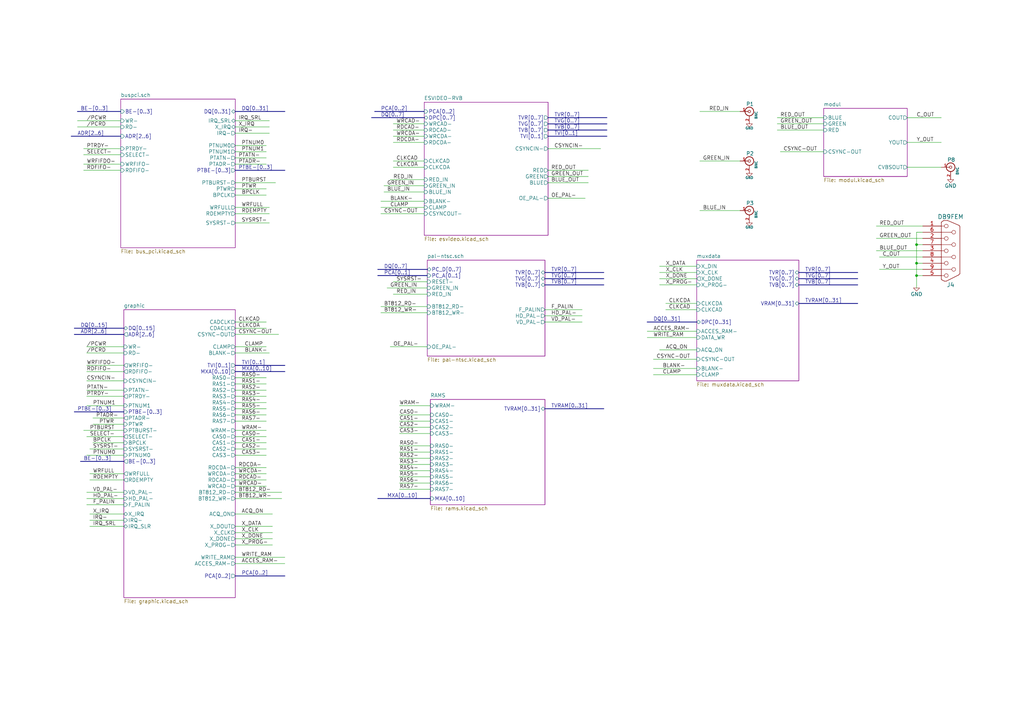
<source format=kicad_sch>
(kicad_sch (version 20200310) (host eeschema "(5.99.0-1545-g9916f24fa)")
  (page "A3")
  (title_block (title "Video") (date "Sun 22 Mar 2015") (rev "2.0B") (company "Kicad EDA") (comment 1 "Main sheet"))
  (lib_symbols
    (symbol "video_schlib:BNC" (pin_names hide)
      (property "Reference" "P" (at 0.254 3.048 0))
      (property "Value" "BNC" (at 2.794 -1.524 90))
      (symbol "BNC_0_1"
        (circle (center 0 0) (radius 0.508) (stroke (width 0.2032)))
        (circle (center 0 0) (radius 1.778) (stroke (width 0.3048)))
      )
      (symbol "BNC_1_1"
        (pin passive line (at -3.81 0 0) (length 3.302) (name "In") (number "1"))
        (pin passive line (at 0 -5.08 90) (length 3.302) (name "Ext") (number "2"))
      )
    )
    (symbol "video_schlib:DB9" (pin_names hide)
      (property "Reference" "J" (at 0 13.97 0))
      (property "Value" "DB9" (at 0 -13.97 0))
      (symbol "DB9_0_1"
        (circle (center -1.778 -10.16) (radius 0.762))
        (circle (center -1.778 -5.08) (radius 0.762))
        (circle (center -1.778 0) (radius 0.762))
        (circle (center -1.778 5.08) (radius 0.762))
        (circle (center -1.778 10.16) (radius 0.762))
        (circle (center 1.27 -7.62) (radius 0.762))
        (circle (center 1.27 -2.54) (radius 0.762))
        (circle (center 1.27 2.54) (radius 0.762))
        (circle (center 1.27 7.62) (radius 0.762))
        (polyline (pts (xy -3.81 -11.684) (xy -3.81 11.684)) (stroke (width 0.2032)))
        (polyline (pts (xy -3.81 -11.6586) (xy -3.556 -11.938)) (stroke (width 0.2032)))
        (polyline (pts (xy -3.81 -10.16) (xy -2.54 -10.16)))
        (polyline (pts (xy -3.81 -7.62) (xy 0.508 -7.62)))
        (polyline (pts (xy -3.81 -5.08) (xy -2.54 -5.08)))
        (polyline (pts (xy -3.81 -2.54) (xy 0.508 -2.54)))
        (polyline (pts (xy -3.81 0) (xy -2.54 0)))
        (polyline (pts (xy -3.81 2.54) (xy 0.508 2.54)))
        (polyline (pts (xy -3.81 5.08) (xy -2.54 5.08)))
        (polyline (pts (xy -3.81 7.62) (xy 0.508 7.62)))
        (polyline (pts (xy -3.81 10.16) (xy -2.54 10.16)))
        (polyline (pts (xy -3.556 -11.938) (xy -2.794 -12.446)) (stroke (width 0.2032)))
        (polyline (pts (xy -3.556 11.938) (xy -3.81 11.684)) (stroke (width 0.2032)))
        (polyline (pts (xy -3.556 11.938) (xy -2.54 12.446)) (stroke (width 0.2032)))
        (polyline (pts (xy -2.794 -12.446) (xy -1.27 -12.446)) (stroke (width 0.2032)))
        (polyline (pts (xy -2.54 12.446) (xy -1.778 12.446)) (stroke (width 0.2032)))
        (polyline (pts (xy 3.2766 9.906) (xy -1.778 12.446)) (stroke (width 0.2032)))
        (polyline (pts (xy 3.2766 9.906) (xy 3.81 9.398)) (stroke (width 0.2032)))
        (polyline (pts (xy 3.556 -10.3886) (xy -1.27 -12.446)) (stroke (width 0.2032)))
        (polyline (pts (xy 3.81 -9.906) (xy 3.556 -10.3886)) (stroke (width 0.2032)))
        (polyline (pts (xy 3.81 9.398) (xy 3.81 -9.906)) (stroke (width 0.2032)))
      )
      (symbol "DB9_1_1"
        (pin passive line (at -11.43 -10.16 0) (length 7.62) (name "1") (number "1"))
        (pin passive line (at -11.43 -5.08 0) (length 7.62) (name "2") (number "2"))
        (pin passive line (at -11.43 0 0) (length 7.62) (name "3") (number "3"))
        (pin passive line (at -11.43 5.08 0) (length 7.62) (name "4") (number "4"))
        (pin passive line (at -11.43 10.16 0) (length 7.62) (name "5") (number "5"))
        (pin passive line (at -11.43 -7.62 0) (length 7.62) (name "P6") (number "6"))
        (pin passive line (at -11.43 -2.54 0) (length 7.62) (name "P7") (number "7"))
        (pin passive line (at -11.43 2.54 0) (length 7.62) (name "P8") (number "8"))
        (pin passive line (at -11.43 7.62 0) (length 7.62) (name "P9") (number "9"))
      )
    )
    (symbol "video_schlib:GND" (power) (pin_names (offset 0))
      (symbol "GND_0_1"
        (polyline (pts (xy -1.27 0) (xy 0 -1.27) (xy 1.27 0) (xy -1.27 0)))
      )
      (symbol "GND_1_1"
        (pin power_in line (at 0 0 90) (length 0) (name "GND") (number "1") hide)
      )
    )
  )
  (junction (at 375.92 113.03))
  (junction (at 375.92 107.95))
  (junction (at 375.92 100.33))
  (wire (pts (xy 31.75 49.53) (xy 49.53 49.53)))
  (wire (pts (xy 31.75 52.07) (xy 49.53 52.07)))
  (wire (pts (xy 34.29 60.96) (xy 49.53 60.96)))
  (wire (pts (xy 34.29 176.53) (xy 50.8 176.53)))
  (wire (pts (xy 35.56 142.24) (xy 50.8 142.24)))
  (wire (pts (xy 35.56 144.78) (xy 50.8 144.78)))
  (wire (pts (xy 35.56 156.21) (xy 50.8 156.21)))
  (wire (pts (xy 35.56 160.02) (xy 50.8 160.02)))
  (wire (pts (xy 35.56 162.56) (xy 50.8 162.56)))
  (wire (pts (xy 35.56 166.37) (xy 50.8 166.37)))
  (wire (pts (xy 35.56 186.69) (xy 50.8 186.69)))
  (wire (pts (xy 36.83 184.15) (xy 50.8 184.15)))
  (wire (pts (xy 36.83 194.31) (xy 50.8 194.31)))
  (wire (pts (xy 36.83 196.85) (xy 50.8 196.85)))
  (wire (pts (xy 36.83 210.82) (xy 50.8 210.82)))
  (wire (pts (xy 36.83 213.36) (xy 50.8 213.36)))
  (wire (pts (xy 36.83 215.9) (xy 50.8 215.9)))
  (wire (pts (xy 38.1 171.45) (xy 50.8 171.45)))
  (wire (pts (xy 38.1 173.99) (xy 50.8 173.99)))
  (wire (pts (xy 49.53 63.5) (xy 34.29 63.5)))
  (wire (pts (xy 49.53 67.31) (xy 34.29 67.31)))
  (wire (pts (xy 49.53 69.85) (xy 34.29 69.85)))
  (wire (pts (xy 50.8 149.86) (xy 35.56 149.86)))
  (wire (pts (xy 50.8 152.4) (xy 35.56 152.4)))
  (wire (pts (xy 50.8 179.07) (xy 35.56 179.07)))
  (wire (pts (xy 50.8 181.61) (xy 38.1 181.61)))
  (wire (pts (xy 50.8 201.93) (xy 35.56 201.93)))
  (wire (pts (xy 50.8 204.47) (xy 35.56 204.47)))
  (wire (pts (xy 50.8 207.01) (xy 35.56 207.01)))
  (wire (pts (xy 96.52 49.53) (xy 110.49 49.53)))
  (wire (pts (xy 96.52 52.07) (xy 110.49 52.07)))
  (wire (pts (xy 96.52 54.61) (xy 110.49 54.61)))
  (wire (pts (xy 96.52 59.69) (xy 109.22 59.69)))
  (wire (pts (xy 96.52 62.23) (xy 109.22 62.23)))
  (wire (pts (xy 96.52 64.77) (xy 109.22 64.77)))
  (wire (pts (xy 96.52 67.31) (xy 109.22 67.31)))
  (wire (pts (xy 96.52 74.93) (xy 113.03 74.93)))
  (wire (pts (xy 96.52 77.47) (xy 109.22 77.47)))
  (wire (pts (xy 96.52 80.01) (xy 109.22 80.01)))
  (wire (pts (xy 96.52 85.09) (xy 110.49 85.09)))
  (wire (pts (xy 96.52 87.63) (xy 110.49 87.63)))
  (wire (pts (xy 96.52 91.44) (xy 110.49 91.44)))
  (wire (pts (xy 96.52 132.08) (xy 109.22 132.08)))
  (wire (pts (xy 96.52 134.62) (xy 109.22 134.62)))
  (wire (pts (xy 96.52 137.16) (xy 114.3 137.16)))
  (wire (pts (xy 96.52 142.24) (xy 109.22 142.24)))
  (wire (pts (xy 96.52 144.78) (xy 110.49 144.78)))
  (wire (pts (xy 96.52 154.94) (xy 109.22 154.94)))
  (wire (pts (xy 96.52 157.48) (xy 109.22 157.48)))
  (wire (pts (xy 96.52 160.02) (xy 109.22 160.02)))
  (wire (pts (xy 96.52 162.56) (xy 109.22 162.56)))
  (wire (pts (xy 96.52 165.1) (xy 109.22 165.1)))
  (wire (pts (xy 96.52 167.64) (xy 109.22 167.64)))
  (wire (pts (xy 96.52 170.18) (xy 109.22 170.18)))
  (wire (pts (xy 96.52 172.72) (xy 109.22 172.72)))
  (wire (pts (xy 96.52 176.53) (xy 109.22 176.53)))
  (wire (pts (xy 96.52 179.07) (xy 109.22 179.07)))
  (wire (pts (xy 96.52 181.61) (xy 109.22 181.61)))
  (wire (pts (xy 96.52 184.15) (xy 109.22 184.15)))
  (wire (pts (xy 96.52 186.69) (xy 109.22 186.69)))
  (wire (pts (xy 96.52 191.77) (xy 109.22 191.77)))
  (wire (pts (xy 96.52 194.31) (xy 109.22 194.31)))
  (wire (pts (xy 96.52 196.85) (xy 109.22 196.85)))
  (wire (pts (xy 96.52 199.39) (xy 109.22 199.39)))
  (wire (pts (xy 96.52 201.93) (xy 115.57 201.93)))
  (wire (pts (xy 96.52 204.47) (xy 115.57 204.47)))
  (wire (pts (xy 96.52 210.82) (xy 111.76 210.82)))
  (wire (pts (xy 96.52 215.9) (xy 111.76 215.9)))
  (wire (pts (xy 96.52 218.44) (xy 111.76 218.44)))
  (wire (pts (xy 96.52 220.98) (xy 111.76 220.98)))
  (wire (pts (xy 96.52 223.52) (xy 111.76 223.52)))
  (wire (pts (xy 96.52 228.6) (xy 116.84 228.6)))
  (wire (pts (xy 96.52 231.14) (xy 116.84 231.14)))
  (wire (pts (xy 156.21 82.55) (xy 173.99 82.55)))
  (wire (pts (xy 156.21 85.09) (xy 173.99 85.09)))
  (wire (pts (xy 156.21 87.63) (xy 173.99 87.63)))
  (wire (pts (xy 156.21 125.73) (xy 175.26 125.73)))
  (wire (pts (xy 156.21 128.27) (xy 175.26 128.27)))
  (wire (pts (xy 160.02 73.66) (xy 173.99 73.66)))
  (wire (pts (xy 160.02 142.24) (xy 175.26 142.24)))
  (wire (pts (xy 161.29 50.8) (xy 173.99 50.8)))
  (wire (pts (xy 161.29 53.34) (xy 173.99 53.34)))
  (wire (pts (xy 161.29 55.88) (xy 173.99 55.88)))
  (wire (pts (xy 161.29 58.42) (xy 173.99 58.42)))
  (wire (pts (xy 161.29 66.04) (xy 173.99 66.04)))
  (wire (pts (xy 161.29 68.58) (xy 173.99 68.58)))
  (wire (pts (xy 161.29 115.57) (xy 175.26 115.57)))
  (wire (pts (xy 161.29 120.65) (xy 175.26 120.65)))
  (wire (pts (xy 163.83 166.37) (xy 176.53 166.37)))
  (wire (pts (xy 163.83 170.18) (xy 176.53 170.18)))
  (wire (pts (xy 163.83 172.72) (xy 176.53 172.72)))
  (wire (pts (xy 163.83 175.26) (xy 176.53 175.26)))
  (wire (pts (xy 163.83 177.8) (xy 176.53 177.8)))
  (wire (pts (xy 163.83 182.88) (xy 176.53 182.88)))
  (wire (pts (xy 163.83 185.42) (xy 176.53 185.42)))
  (wire (pts (xy 163.83 187.96) (xy 176.53 187.96)))
  (wire (pts (xy 163.83 190.5) (xy 176.53 190.5)))
  (wire (pts (xy 163.83 193.04) (xy 176.53 193.04)))
  (wire (pts (xy 163.83 195.58) (xy 176.53 195.58)))
  (wire (pts (xy 163.83 198.12) (xy 176.53 198.12)))
  (wire (pts (xy 163.83 200.66) (xy 176.53 200.66)))
  (wire (pts (xy 173.99 76.2) (xy 157.48 76.2)))
  (wire (pts (xy 173.99 78.74) (xy 157.48 78.74)))
  (wire (pts (xy 175.26 118.11) (xy 158.75 118.11)))
  (wire (pts (xy 224.79 60.96) (xy 246.38 60.96)))
  (wire (pts (xy 224.79 69.85) (xy 241.3 69.85)))
  (wire (pts (xy 224.79 72.39) (xy 241.3 72.39)))
  (wire (pts (xy 224.79 74.93) (xy 241.3 74.93)))
  (wire (pts (xy 224.79 81.28) (xy 240.03 81.28)))
  (wire (pts (xy 238.76 127) (xy 223.52 127)))
  (wire (pts (xy 238.76 129.54) (xy 223.52 129.54)))
  (wire (pts (xy 238.76 132.08) (xy 223.52 132.08)))
  (wire (pts (xy 265.43 135.89) (xy 285.75 135.89)))
  (wire (pts (xy 265.43 138.43) (xy 285.75 138.43)))
  (wire (pts (xy 267.97 147.32) (xy 285.75 147.32)))
  (wire (pts (xy 267.97 151.13) (xy 285.75 151.13)))
  (wire (pts (xy 267.97 153.67) (xy 285.75 153.67)))
  (wire (pts (xy 270.51 109.22) (xy 285.75 109.22)))
  (wire (pts (xy 270.51 111.76) (xy 285.75 111.76)))
  (wire (pts (xy 270.51 114.3) (xy 285.75 114.3)))
  (wire (pts (xy 270.51 116.84) (xy 285.75 116.84)))
  (wire (pts (xy 270.51 143.51) (xy 285.75 143.51)))
  (wire (pts (xy 273.05 124.46) (xy 285.75 124.46)))
  (wire (pts (xy 273.05 127) (xy 285.75 127)))
  (wire (pts (xy 287.02 45.72) (xy 303.53 45.72)))
  (wire (pts (xy 303.53 66.04) (xy 287.02 66.04)))
  (wire (pts (xy 303.53 86.36) (xy 287.02 86.36)))
  (wire (pts (xy 318.77 48.26) (xy 337.82 48.26)))
  (wire (pts (xy 318.77 50.8) (xy 337.82 50.8)))
  (wire (pts (xy 318.77 53.34) (xy 337.82 53.34)))
  (wire (pts (xy 320.04 62.23) (xy 337.82 62.23)))
  (wire (pts (xy 359.41 92.71) (xy 378.46 92.71)))
  (wire (pts (xy 359.41 97.79) (xy 378.46 97.79)))
  (wire (pts (xy 359.41 102.87) (xy 378.46 102.87)))
  (wire (pts (xy 360.68 105.41) (xy 378.46 105.41)))
  (wire (pts (xy 372.11 48.26) (xy 386.08 48.26)))
  (wire (pts (xy 372.11 68.58) (xy 386.08 68.58)))
  (wire (pts (xy 375.92 95.25) (xy 375.92 100.33)))
  (wire (pts (xy 375.92 100.33) (xy 375.92 107.95)))
  (wire (pts (xy 375.92 107.95) (xy 375.92 113.03)))
  (wire (pts (xy 375.92 107.95) (xy 378.46 107.95)))
  (wire (pts (xy 375.92 113.03) (xy 375.92 118.11)))
  (wire (pts (xy 375.92 113.03) (xy 378.46 113.03)))
  (wire (pts (xy 378.46 95.25) (xy 375.92 95.25)))
  (wire (pts (xy 378.46 100.33) (xy 375.92 100.33)))
  (wire (pts (xy 378.46 110.49) (xy 360.68 110.49)))
  (wire (pts (xy 386.08 58.42) (xy 372.11 58.42)))
  (bus (pts (xy 29.21 55.88) (xy 49.53 55.88)))
  (bus (pts (xy 30.48 134.62) (xy 50.8 134.62)))
  (bus (pts (xy 30.48 137.16) (xy 50.8 137.16)))
  (bus (pts (xy 30.48 168.91) (xy 50.8 168.91)))
  (bus (pts (xy 49.53 45.72) (xy 31.75 45.72)))
  (bus (pts (xy 50.8 189.23) (xy 33.02 189.23)))
  (bus (pts (xy 96.52 45.72) (xy 116.84 45.72)))
  (bus (pts (xy 96.52 69.85) (xy 116.84 69.85)))
  (bus (pts (xy 96.52 149.86) (xy 116.84 149.86)))
  (bus (pts (xy 96.52 152.4) (xy 116.84 152.4)))
  (bus (pts (xy 96.52 236.22) (xy 116.84 236.22)))
  (bus (pts (xy 153.67 45.72) (xy 173.99 45.72)))
  (bus (pts (xy 154.94 110.49) (xy 175.26 110.49)))
  (bus (pts (xy 154.94 113.03) (xy 175.26 113.03)))
  (bus (pts (xy 154.94 204.47) (xy 176.53 204.47)))
  (bus (pts (xy 173.99 48.26) (xy 152.4 48.26)))
  (bus (pts (xy 223.52 111.76) (xy 247.65 111.76)))
  (bus (pts (xy 223.52 114.3) (xy 247.65 114.3)))
  (bus (pts (xy 223.52 116.84) (xy 247.65 116.84)))
  (bus (pts (xy 223.52 167.64) (xy 247.65 167.64)))
  (bus (pts (xy 224.79 48.26) (xy 248.92 48.26)))
  (bus (pts (xy 224.79 50.8) (xy 248.92 50.8)))
  (bus (pts (xy 224.79 53.34) (xy 248.92 53.34)))
  (bus (pts (xy 224.79 55.88) (xy 248.92 55.88)))
  (bus (pts (xy 265.43 132.08) (xy 285.75 132.08)))
  (bus (pts (xy 327.66 111.76) (xy 351.79 111.76)))
  (bus (pts (xy 327.66 114.3) (xy 351.79 114.3)))
  (bus (pts (xy 327.66 116.84) (xy 351.79 116.84)))
  (bus (pts (xy 327.66 124.46) (xy 351.79 124.46)))
  (label "ADR[2..6]" (at 31.75 55.88 0) (effects (font (size 1.524 1.524))))
  (label "PTBE-[0..3]" (at 31.75 168.91 0) (effects (font (size 1.524 1.524))))
  (label "BE-[0..3]" (at 33.02 45.72 0) (effects (font (size 1.524 1.524))))
  (label "DQ[0..15]" (at 33.02 134.62 0) (effects (font (size 1.524 1.524))))
  (label "ADR[2..6]" (at 33.02 137.16 0) (effects (font (size 1.524 1.524))))
  (label "BE-[0..3]" (at 34.29 189.23 0) (effects (font (size 1.524 1.524))))
  (label "/PCWR" (at 35.56 49.53 0) (effects (font (size 1.524 1.524))))
  (label "/PCRD" (at 35.56 52.07 0) (effects (font (size 1.524 1.524))))
  (label "PTRDY-" (at 35.56 60.96 0) (effects (font (size 1.524 1.524))))
  (label "SELECT-" (at 35.56 63.5 0) (effects (font (size 1.524 1.524))))
  (label "WRFIFDO-" (at 35.56 67.31 0) (effects (font (size 1.524 1.524))))
  (label "RDFIFO-" (at 35.56 69.85 0) (effects (font (size 1.524 1.524))))
  (label "/PCWR" (at 35.56 142.24 0) (effects (font (size 1.524 1.524))))
  (label "/PCRD" (at 35.56 144.78 0) (effects (font (size 1.524 1.524))))
  (label "WRFIFDO-" (at 35.56 149.86 0) (effects (font (size 1.524 1.524))))
  (label "RDFIFO-" (at 35.56 152.4 0) (effects (font (size 1.524 1.524))))
  (label "CSYNCIN-" (at 35.56 156.21 0) (effects (font (size 1.524 1.524))))
  (label "PTATN-" (at 35.56 160.02 0) (effects (font (size 1.524 1.524))))
  (label "PTRDY-" (at 35.56 162.56 0) (effects (font (size 1.524 1.524))))
  (label "PTBURST" (at 36.83 176.53 0) (effects (font (size 1.524 1.524))))
  (label "SELECT-" (at 36.83 179.07 0) (effects (font (size 1.524 1.524))))
  (label "PTNUM1" (at 38.1 166.37 0) (effects (font (size 1.524 1.524))))
  (label "BPCLK" (at 38.1 181.61 0) (effects (font (size 1.524 1.524))))
  (label "SYSRST-" (at 38.1 184.15 0) (effects (font (size 1.524 1.524))))
  (label "PTNUM0" (at 38.1 186.69 0) (effects (font (size 1.524 1.524))))
  (label "WRFULL" (at 38.1 194.31 0) (effects (font (size 1.524 1.524))))
  (label "RDEMPTY" (at 38.1 196.85 0) (effects (font (size 1.524 1.524))))
  (label "VD_PAL-" (at 38.1 201.93 0) (effects (font (size 1.524 1.524))))
  (label "HD_PAL-" (at 38.1 204.47 0) (effects (font (size 1.524 1.524))))
  (label "F_PALIN" (at 38.1 207.01 0) (effects (font (size 1.524 1.524))))
  (label "X_IRQ" (at 38.1 210.82 0) (effects (font (size 1.524 1.524))))
  (label "IRQ-" (at 38.1 213.36 0) (effects (font (size 1.524 1.524))))
  (label "IRQ_SRL" (at 38.1 215.9 0) (effects (font (size 1.524 1.524))))
  (label "PTADR-" (at 39.37 171.45 0) (effects (font (size 1.524 1.524))))
  (label "PTWR" (at 40.64 173.99 0) (effects (font (size 1.524 1.524))))
  (label "IRQ_SRL" (at 97.79 49.53 0) (effects (font (size 1.524 1.524))))
  (label "X_IRQ" (at 97.79 52.07 0) (effects (font (size 1.524 1.524))))
  (label "IRQ-" (at 97.79 54.61 0) (effects (font (size 1.524 1.524))))
  (label "PTATN-" (at 97.79 64.77 0) (effects (font (size 1.524 1.524))))
  (label "PTADR-" (at 97.79 67.31 0) (effects (font (size 1.524 1.524))))
  (label "PTBE-[0..3]" (at 97.79 69.85 0) (effects (font (size 1.524 1.524))))
  (label "CLKCAD" (at 97.79 132.08 0) (effects (font (size 1.524 1.524))))
  (label "CLKCDA" (at 97.79 134.62 0) (effects (font (size 1.524 1.524))))
  (label "CSYNC-OUT" (at 97.79 137.16 0) (effects (font (size 1.524 1.524))))
  (label "RDCDA-" (at 97.79 191.77 0) (effects (font (size 1.524 1.524))))
  (label "WRCDA-" (at 97.79 194.31 0) (effects (font (size 1.524 1.524))))
  (label "RDCAD-" (at 97.79 196.85 0) (effects (font (size 1.524 1.524))))
  (label "WRCAD-" (at 97.79 199.39 0) (effects (font (size 1.524 1.524))))
  (label "BT812_RD-" (at 97.79 201.93 0) (effects (font (size 1.524 1.524))))
  (label "BT812_WR-" (at 97.79 204.47 0) (effects (font (size 1.524 1.524))))
  (label "DQ[0..31]" (at 99.06 45.72 0) (effects (font (size 1.524 1.524))))
  (label "PTNUM0" (at 99.06 59.69 0) (effects (font (size 1.524 1.524))))
  (label "PTNUM1" (at 99.06 62.23 0) (effects (font (size 1.524 1.524))))
  (label "PTBURST" (at 99.06 74.93 0) (effects (font (size 1.524 1.524))))
  (label "PTWR" (at 99.06 77.47 0) (effects (font (size 1.524 1.524))))
  (label "BPCLK" (at 99.06 80.01 0) (effects (font (size 1.524 1.524))))
  (label "WRFULL" (at 99.06 85.09 0) (effects (font (size 1.524 1.524))))
  (label "RDEMPTY" (at 99.06 87.63 0) (effects (font (size 1.524 1.524))))
  (label "SYSRST-" (at 99.06 91.44 0) (effects (font (size 1.524 1.524))))
  (label "TVI[0..1]" (at 99.06 149.86 0) (effects (font (size 1.524 1.524))))
  (label "MXA[0..10]" (at 99.06 152.4 0) (effects (font (size 1.524 1.524))))
  (label "RAS0-" (at 99.06 154.94 0) (effects (font (size 1.524 1.524))))
  (label "RAS1-" (at 99.06 157.48 0) (effects (font (size 1.524 1.524))))
  (label "RAS2-" (at 99.06 160.02 0) (effects (font (size 1.524 1.524))))
  (label "RAS3-" (at 99.06 162.56 0) (effects (font (size 1.524 1.524))))
  (label "RAS4-" (at 99.06 165.1 0) (effects (font (size 1.524 1.524))))
  (label "RAS5-" (at 99.06 167.64 0) (effects (font (size 1.524 1.524))))
  (label "RAS6-" (at 99.06 170.18 0) (effects (font (size 1.524 1.524))))
  (label "RAS7-" (at 99.06 172.72 0) (effects (font (size 1.524 1.524))))
  (label "WRAM-" (at 99.06 176.53 0) (effects (font (size 1.524 1.524))))
  (label "CAS0-" (at 99.06 179.07 0) (effects (font (size 1.524 1.524))))
  (label "CAS1-" (at 99.06 181.61 0) (effects (font (size 1.524 1.524))))
  (label "CAS2-" (at 99.06 184.15 0) (effects (font (size 1.524 1.524))))
  (label "CAS3-" (at 99.06 186.69 0) (effects (font (size 1.524 1.524))))
  (label "ACQ_ON" (at 99.06 210.82 0) (effects (font (size 1.524 1.524))))
  (label "X_DATA" (at 99.06 215.9 0) (effects (font (size 1.524 1.524))))
  (label "X_CLK" (at 99.06 218.44 0) (effects (font (size 1.524 1.524))))
  (label "X_DONE" (at 99.06 220.98 0) (effects (font (size 1.524 1.524))))
  (label "X_PROG-" (at 99.06 223.52 0) (effects (font (size 1.524 1.524))))
  (label "WRITE_RAM" (at 99.06 228.6 0) (effects (font (size 1.524 1.524))))
  (label "ACCES_RAM-" (at 99.06 231.14 0) (effects (font (size 1.524 1.524))))
  (label "PCA[0..2]" (at 99.06 236.22 0) (effects (font (size 1.524 1.524))))
  (label "CLAMP" (at 100.33 142.24 0) (effects (font (size 1.524 1.524))))
  (label "BLANK-" (at 100.33 144.78 0) (effects (font (size 1.524 1.524))))
  (label "PCA[0..2]" (at 156.21 45.72 0) (effects (font (size 1.524 1.524))))
  (label "DQ[0..7]" (at 156.21 48.26 0) (effects (font (size 1.524 1.524))))
  (label "CSYNC-OUT" (at 157.48 87.63 0) (effects (font (size 1.524 1.524))))
  (label "DQ[0..7]" (at 157.48 110.49 0) (effects (font (size 1.524 1.524))))
  (label "PCA[0..1]" (at 157.48 113.03 0) (effects (font (size 1.524 1.524))))
  (label "BT812_RD-" (at 157.48 125.73 0) (effects (font (size 1.524 1.524))))
  (label "BT812_WR-" (at 157.48 128.27 0) (effects (font (size 1.524 1.524))))
  (label "GREEN_IN" (at 158.75 76.2 0) (effects (font (size 1.524 1.524))))
  (label "BLUE_IN" (at 158.75 78.74 0) (effects (font (size 1.524 1.524))))
  (label "MXA[0..10]" (at 158.75 204.47 0) (effects (font (size 1.524 1.524))))
  (label "BLANK-" (at 160.02 82.55 0) (effects (font (size 1.524 1.524))))
  (label "CLAMP" (at 160.02 85.09 0) (effects (font (size 1.524 1.524))))
  (label "GREEN_IN" (at 160.02 118.11 0) (effects (font (size 1.524 1.524))))
  (label "RED_IN" (at 161.29 73.66 0) (effects (font (size 1.524 1.524))))
  (label "OE_PAL-" (at 161.29 142.24 0) (effects (font (size 1.524 1.524))))
  (label "WRCAD-" (at 162.56 50.8 0) (effects (font (size 1.524 1.524))))
  (label "RDCAD-" (at 162.56 53.34 0) (effects (font (size 1.524 1.524))))
  (label "WRCDA-" (at 162.56 55.88 0) (effects (font (size 1.524 1.524))))
  (label "RDCDA-" (at 162.56 58.42 0) (effects (font (size 1.524 1.524))))
  (label "CLKCAD" (at 162.56 66.04 0) (effects (font (size 1.524 1.524))))
  (label "CLKCDA" (at 162.56 68.58 0) (effects (font (size 1.524 1.524))))
  (label "SYSRST-" (at 162.56 115.57 0) (effects (font (size 1.524 1.524))))
  (label "RED_IN" (at 162.56 120.65 0) (effects (font (size 1.524 1.524))))
  (label "WRAM-" (at 163.83 166.37 0) (effects (font (size 1.524 1.524))))
  (label "CAS0-" (at 163.83 170.18 0) (effects (font (size 1.524 1.524))))
  (label "CAS1-" (at 163.83 172.72 0) (effects (font (size 1.524 1.524))))
  (label "CAS2-" (at 163.83 175.26 0) (effects (font (size 1.524 1.524))))
  (label "CAS3-" (at 163.83 177.8 0) (effects (font (size 1.524 1.524))))
  (label "RAS0-" (at 163.83 182.88 0) (effects (font (size 1.524 1.524))))
  (label "RAS1-" (at 163.83 185.42 0) (effects (font (size 1.524 1.524))))
  (label "RAS2-" (at 163.83 187.96 0) (effects (font (size 1.524 1.524))))
  (label "RAS3-" (at 163.83 190.5 0) (effects (font (size 1.524 1.524))))
  (label "RAS4-" (at 163.83 193.04 0) (effects (font (size 1.524 1.524))))
  (label "RAS5-" (at 163.83 195.58 0) (effects (font (size 1.524 1.524))))
  (label "RAS6-" (at 163.83 198.12 0) (effects (font (size 1.524 1.524))))
  (label "RAS7-" (at 163.83 200.66 0) (effects (font (size 1.524 1.524))))
  (label "RED_OUT" (at 226.06 69.85 0) (effects (font (size 1.524 1.524))))
  (label "GREEN_OUT" (at 226.06 72.39 0) (effects (font (size 1.524 1.524))))
  (label "BLUE_OUT" (at 226.06 74.93 0) (effects (font (size 1.524 1.524))))
  (label "OE_PAL-" (at 226.06 81.28 0) (effects (font (size 1.524 1.524))))
  (label "TVR[0..7]" (at 226.06 111.76 0) (effects (font (size 1.524 1.524))))
  (label "TVG[0..7]" (at 226.06 114.3 0) (effects (font (size 1.524 1.524))))
  (label "TVB[0..7]" (at 226.06 116.84 0) (effects (font (size 1.524 1.524))))
  (label "F_PALIN" (at 226.06 127 0) (effects (font (size 1.524 1.524))))
  (label "HD_PAL-" (at 226.06 129.54 0) (effects (font (size 1.524 1.524))))
  (label "VD_PAL-" (at 226.06 132.08 0) (effects (font (size 1.524 1.524))))
  (label "TVRAM[0..31]" (at 226.06 167.64 0) (effects (font (size 1.524 1.524))))
  (label "TVR[0..7]" (at 227.33 48.26 0) (effects (font (size 1.524 1.524))))
  (label "TVG[0..7]" (at 227.33 50.8 0) (effects (font (size 1.524 1.524))))
  (label "TVB[0..7]" (at 227.33 53.34 0) (effects (font (size 1.524 1.524))))
  (label "TVI[0..1]" (at 227.33 55.88 0) (effects (font (size 1.524 1.524))))
  (label "CSYNCIN-" (at 227.33 60.96 0) (effects (font (size 1.524 1.524))))
  (label "DQ[0..31]" (at 267.97 132.08 0) (effects (font (size 1.524 1.524))))
  (label "ACCES_RAM-" (at 267.97 135.89 0) (effects (font (size 1.524 1.524))))
  (label "WRITE_RAM" (at 267.97 138.43 0) (effects (font (size 1.524 1.524))))
  (label "CSYNC-OUT" (at 269.24 147.32 0) (effects (font (size 1.524 1.524))))
  (label "BLANK-" (at 271.78 151.13 0) (effects (font (size 1.524 1.524))))
  (label "CLAMP" (at 271.78 153.67 0) (effects (font (size 1.524 1.524))))
  (label "X_DATA" (at 273.05 109.22 0) (effects (font (size 1.524 1.524))))
  (label "X_CLK" (at 273.05 111.76 0) (effects (font (size 1.524 1.524))))
  (label "X_DONE" (at 273.05 114.3 0) (effects (font (size 1.524 1.524))))
  (label "X_PROG-" (at 273.05 116.84 0) (effects (font (size 1.524 1.524))))
  (label "ACQ_ON" (at 273.05 143.51 0) (effects (font (size 1.524 1.524))))
  (label "CLKCDA" (at 274.32 124.46 0) (effects (font (size 1.524 1.524))))
  (label "CLKCAD" (at 274.32 127 0) (effects (font (size 1.524 1.524))))
  (label "GREEN_IN" (at 288.29 66.04 0) (effects (font (size 1.524 1.524))))
  (label "BLUE_IN" (at 288.29 86.36 0) (effects (font (size 1.524 1.524))))
  (label "RED_IN" (at 290.83 45.72 0) (effects (font (size 1.524 1.524))))
  (label "RED_OUT" (at 320.04 48.26 0) (effects (font (size 1.524 1.524))))
  (label "GREEN_OUT" (at 320.04 50.8 0) (effects (font (size 1.524 1.524))))
  (label "BLUE_OUT" (at 320.04 53.34 0) (effects (font (size 1.524 1.524))))
  (label "CSYNC-OUT" (at 321.31 62.23 0) (effects (font (size 1.524 1.524))))
  (label "TVR[0..7]" (at 330.2 111.76 0) (effects (font (size 1.524 1.524))))
  (label "TVG[0..7]" (at 330.2 114.3 0) (effects (font (size 1.524 1.524))))
  (label "TVB[0..7]" (at 330.2 116.84 0) (effects (font (size 1.524 1.524))))
  (label "TVRAM[0..31]" (at 330.2 124.46 0) (effects (font (size 1.524 1.524))))
  (label "RED_OUT" (at 360.68 92.71 0) (effects (font (size 1.524 1.524))))
  (label "GREEN_OUT" (at 360.68 97.79 0) (effects (font (size 1.524 1.524))))
  (label "BLUE_OUT" (at 360.68 102.87 0) (effects (font (size 1.524 1.524))))
  (label "C_OUT" (at 361.95 105.41 0) (effects (font (size 1.524 1.524))))
  (label "Y_OUT" (at 361.95 110.49 0) (effects (font (size 1.524 1.524))))
  (label "C_OUT" (at 375.92 48.26 0) (effects (font (size 1.524 1.524))))
  (label "Y_OUT" (at 375.92 58.42 0) (effects (font (size 1.524 1.524))))
  (symbol (lib_id "video_schlib:GND") (at 307.34 50.8 0) (unit 1)
    (property "Reference" "#GND05" (effects hide))
    (property "Value" "GND" (at 307.34 52.578 0) (effects (font (size 1.016 1.016))))
  )
  (symbol (lib_id "video_schlib:GND") (at 307.34 71.12 0) (unit 1)
    (property "Reference" "#GND03" (effects hide))
    (property "Value" "GND" (at 307.34 72.898 0) (effects (font (size 1.016 1.016))))
  )
  (symbol (lib_id "video_schlib:GND") (at 307.34 91.44 0) (unit 1)
    (property "Reference" "#GND04" (effects hide))
    (property "Value" "GND" (at 307.34 93.218 0) (effects (font (size 1.016 1.016))))
  )
  (symbol (lib_id "video_schlib:GND") (at 375.92 118.11 0) (unit 1)
    (property "Reference" "#GND01" (effects hide))
    (property "Value" "GND" (at 375.92 120.65 0) (effects (font (size 1.524 1.524))))
  )
  (symbol (lib_id "video_schlib:GND") (at 389.89 73.66 0) (unit 1)
    (property "Reference" "#GND02" (effects hide))
    (property "Value" "GND" (at 389.89 76.2 0) (effects (font (size 1.524 1.524))))
  )
  (symbol (lib_id "video_schlib:BNC") (at 307.34 45.72 0) (unit 1)
    (property "Reference" "P1" (at 307.594 42.672 0) (effects (font (size 1.524 1.524))))
    (property "Value" "BNC" (at 310.134 47.244 90) (effects (font (size 1.016 1.016))))
    (property "Footprint" "Discret:SUBCLICK" (effects hide))
  )
  (symbol (lib_id "video_schlib:BNC") (at 307.34 66.04 0) (unit 1)
    (property "Reference" "P2" (at 307.594 62.992 0) (effects (font (size 1.524 1.524))))
    (property "Value" "BNC" (at 310.134 67.564 90) (effects (font (size 1.016 1.016))))
    (property "Footprint" "Discret:SUBCLICK" (effects hide))
  )
  (symbol (lib_id "video_schlib:BNC") (at 307.34 86.36 0) (unit 1)
    (property "Reference" "P3" (at 307.594 83.312 0) (effects (font (size 1.524 1.524))))
    (property "Value" "BNC" (at 310.134 87.884 90) (effects (font (size 1.016 1.016))))
    (property "Footprint" "Discret:SUBCLICK" (effects hide))
  )
  (symbol (lib_id "video_schlib:BNC") (at 389.89 68.58 0) (unit 1)
    (property "Reference" "P8" (at 390.144 65.532 0) (effects (font (size 1.524 1.524))))
    (property "Value" "BNC" (at 392.684 70.104 90) (effects (font (size 1.016 1.016))))
    (property "Footprint" "Discret:SUBCLICK" (effects hide))
  )
  (symbol (lib_id "video_schlib:DB9") (at 389.89 102.87 0) (mirror x) (unit 1)
    (property "Reference" "J4" (at 389.89 116.84 0) (effects (font (size 1.778 1.778))))
    (property "Value" "DB9FEM" (at 389.89 88.9 0) (effects (font (size 1.778 1.778))))
    (property "Footprint" "Connector_Dsub:DSUB-9_Female_Horizontal_P2.77x2.84mm_EdgePinOffset14.56mm_Housed_MountingHolesOffset15.98mm" (effects hide))
  )
  (sheet (at 173.99 41.91) (size 50.8 54.61) (stroke (color 132 0 132 1)) (fill (color 255 255 255 0.0000))
    (property "Reference" "ESVIDEO-RVB" (at 173.99 41.1475 0) (effects (font (size 1.524 1.524)) (justify left bottom)))
    (property "Value" "esvideo.kicad_sch" (at 173.99 97.1301 0) (effects (font (size 1.524 1.524)) (justify left top)))
    (pin "DPC[0..7]" bidirectional (at 173.99 48.26 180) (effects (font (size 1.524 1.524))))
    (pin "TVR[0..7]" output (at 224.79 48.26 0) (effects (font (size 1.524 1.524))))
    (pin "BLANK-" input (at 173.99 82.55 180) (effects (font (size 1.524 1.524))))
    (pin "TVG[0..7]" output (at 224.79 50.8 0) (effects (font (size 1.524 1.524))))
    (pin "TVB[0..7]" output (at 224.79 53.34 0) (effects (font (size 1.524 1.524))))
    (pin "WRCAD-" input (at 173.99 50.8 180) (effects (font (size 1.524 1.524))))
    (pin "RDCAD-" input (at 173.99 53.34 180) (effects (font (size 1.524 1.524))))
    (pin "WRCDA-" input (at 173.99 55.88 180) (effects (font (size 1.524 1.524))))
    (pin "RDCDA-" input (at 173.99 58.42 180) (effects (font (size 1.524 1.524))))
    (pin "CSYNCIN-" output (at 224.79 60.96 0) (effects (font (size 1.524 1.524))))
    (pin "CSYNCOUT-" input (at 173.99 87.63 180) (effects (font (size 1.524 1.524))))
    (pin "CLKCAD" input (at 173.99 66.04 180) (effects (font (size 1.524 1.524))))
    (pin "CLKCDA" input (at 173.99 68.58 180) (effects (font (size 1.524 1.524))))
    (pin "TVI[0..1]" output (at 224.79 55.88 0) (effects (font (size 1.524 1.524))))
    (pin "CLAMP" input (at 173.99 85.09 180) (effects (font (size 1.524 1.524))))
    (pin "BLUE_IN" input (at 173.99 78.74 180) (effects (font (size 1.524 1.524))))
    (pin "GREEN_IN" input (at 173.99 76.2 180) (effects (font (size 1.524 1.524))))
    (pin "RED_IN" input (at 173.99 73.66 180) (effects (font (size 1.524 1.524))))
    (pin "RED" output (at 224.79 69.85 0) (effects (font (size 1.524 1.524))))
    (pin "GREEN" output (at 224.79 72.39 0) (effects (font (size 1.524 1.524))))
    (pin "BLUE" output (at 224.79 74.93 0) (effects (font (size 1.524 1.524))))
    (pin "PCA[0..2]" input (at 173.99 45.72 180) (effects (font (size 1.524 1.524))))
    (pin "OE_PAL-" output (at 224.79 81.28 0) (effects (font (size 1.524 1.524))))
  )
  (sheet (at 176.53 163.83) (size 46.99 43.18) (stroke (color 132 0 132 1)) (fill (color 255 255 255 0.0000))
    (property "Reference" "RAMS" (at 176.53 163.0675 0) (effects (font (size 1.524 1.524)) (justify left bottom)))
    (property "Value" "rams.kicad_sch" (at 176.53 207.6201 0) (effects (font (size 1.524 1.524)) (justify left top)))
    (pin "TVRAM[0..31]" tri_state (at 223.52 167.64 0) (effects (font (size 1.524 1.524))))
    (pin "WRAM-" input (at 176.53 166.37 180) (effects (font (size 1.524 1.524))))
    (pin "CAS3-" input (at 176.53 177.8 180) (effects (font (size 1.524 1.524))))
    (pin "RAS7-" input (at 176.53 200.66 180) (effects (font (size 1.524 1.524))))
    (pin "RAS6-" input (at 176.53 198.12 180) (effects (font (size 1.524 1.524))))
    (pin "RAS5-" input (at 176.53 195.58 180) (effects (font (size 1.524 1.524))))
    (pin "RAS4-" input (at 176.53 193.04 180) (effects (font (size 1.524 1.524))))
    (pin "RAS3-" input (at 176.53 190.5 180) (effects (font (size 1.524 1.524))))
    (pin "RAS2-" input (at 176.53 187.96 180) (effects (font (size 1.524 1.524))))
    (pin "RAS1-" input (at 176.53 185.42 180) (effects (font (size 1.524 1.524))))
    (pin "RAS0-" input (at 176.53 182.88 180) (effects (font (size 1.524 1.524))))
    (pin "CAS2-" input (at 176.53 175.26 180) (effects (font (size 1.524 1.524))))
    (pin "CAS1-" input (at 176.53 172.72 180) (effects (font (size 1.524 1.524))))
    (pin "CAS0-" input (at 176.53 170.18 180) (effects (font (size 1.524 1.524))))
    (pin "MXA[0..10]" input (at 176.53 204.47 180) (effects (font (size 1.524 1.524))))
  )
  (sheet (at 49.53 40.64) (size 46.99 60.96) (stroke (color 132 0 132 1)) (fill (color 255 255 255 0.0000))
    (property "Reference" "buspci.sch" (at 49.53 39.8775 0) (effects (font (size 1.524 1.524)) (justify left bottom)))
    (property "Value" "bus_pci.kicad_sch" (at 49.53 102.2101 0) (effects (font (size 1.524 1.524)) (justify left top)))
    (pin "WR-" input (at 49.53 49.53 180) (effects (font (size 1.524 1.524))))
    (pin "RD-" input (at 49.53 52.07 180) (effects (font (size 1.524 1.524))))
    (pin "DQ[0..31]" bidirectional (at 96.52 45.72 0) (effects (font (size 1.524 1.524))))
    (pin "ADR[2..6]" input (at 49.53 55.88 180) (effects (font (size 1.524 1.524))))
    (pin "BE-[0..3]" input (at 49.53 45.72 180) (effects (font (size 1.524 1.524))))
    (pin "IRQ_SRL" bidirectional (at 96.52 49.53 0) (effects (font (size 1.524 1.524))))
    (pin "X_IRQ" bidirectional (at 96.52 52.07 0) (effects (font (size 1.524 1.524))))
    (pin "PTNUM0" output (at 96.52 59.69 0) (effects (font (size 1.524 1.524))))
    (pin "PTNUM1" output (at 96.52 62.23 0) (effects (font (size 1.524 1.524))))
    (pin "PTATN-" output (at 96.52 64.77 0) (effects (font (size 1.524 1.524))))
    (pin "PTRDY-" input (at 49.53 60.96 180) (effects (font (size 1.524 1.524))))
    (pin "PTBE-[0..3]" output (at 96.52 69.85 0) (effects (font (size 1.524 1.524))))
    (pin "PTWR" output (at 96.52 77.47 0) (effects (font (size 1.524 1.524))))
    (pin "PTBURST-" output (at 96.52 74.93 0) (effects (font (size 1.524 1.524))))
    (pin "SELECT-" input (at 49.53 63.5 180) (effects (font (size 1.524 1.524))))
    (pin "BPCLK" output (at 96.52 80.01 0) (effects (font (size 1.524 1.524))))
    (pin "SYSRST-" output (at 96.52 91.44 0) (effects (font (size 1.524 1.524))))
    (pin "WRFULL" output (at 96.52 85.09 0) (effects (font (size 1.524 1.524))))
    (pin "RDEMPTY" output (at 96.52 87.63 0) (effects (font (size 1.524 1.524))))
    (pin "WRFIFO-" input (at 49.53 67.31 180) (effects (font (size 1.524 1.524))))
    (pin "RDFIFO-" input (at 49.53 69.85 180) (effects (font (size 1.524 1.524))))
    (pin "IRQ-" output (at 96.52 54.61 0) (effects (font (size 1.524 1.524))))
    (pin "PTADR-" output (at 96.52 67.31 0) (effects (font (size 1.524 1.524))))
  )
  (sheet (at 50.8 127) (size 45.72 118.11) (stroke (color 132 0 132 1)) (fill (color 255 255 255 0.0000))
    (property "Reference" "graphic" (at 50.8 126.2375 0) (effects (font (size 1.524 1.524)) (justify left bottom)))
    (property "Value" "graphic.kicad_sch" (at 50.8 245.7201 0) (effects (font (size 1.524 1.524)) (justify left top)))
    (pin "CSYNC-OUT" output (at 96.52 137.16 0) (effects (font (size 1.524 1.524))))
    (pin "DQ[0..15]" bidirectional (at 50.8 134.62 180) (effects (font (size 1.524 1.524))))
    (pin "ADR[2..6]" output (at 50.8 137.16 180) (effects (font (size 1.524 1.524))))
    (pin "CADCLK" output (at 96.52 132.08 0) (effects (font (size 1.524 1.524))))
    (pin "CDACLK" output (at 96.52 134.62 0) (effects (font (size 1.524 1.524))))
    (pin "CLAMP" output (at 96.52 142.24 0) (effects (font (size 1.524 1.524))))
    (pin "CSYNCIN-" input (at 50.8 156.21 180) (effects (font (size 1.524 1.524))))
    (pin "MXA[0..10]" output (at 96.52 152.4 0) (effects (font (size 1.524 1.524))))
    (pin "RAS7-" output (at 96.52 172.72 0) (effects (font (size 1.524 1.524))))
    (pin "RAS6-" output (at 96.52 170.18 0) (effects (font (size 1.524 1.524))))
    (pin "RAS5-" output (at 96.52 167.64 0) (effects (font (size 1.524 1.524))))
    (pin "RAS4-" output (at 96.52 165.1 0) (effects (font (size 1.524 1.524))))
    (pin "RAS3-" output (at 96.52 162.56 0) (effects (font (size 1.524 1.524))))
    (pin "RAS2-" output (at 96.52 160.02 0) (effects (font (size 1.524 1.524))))
    (pin "RAS1-" output (at 96.52 157.48 0) (effects (font (size 1.524 1.524))))
    (pin "RAS0-" output (at 96.52 154.94 0) (effects (font (size 1.524 1.524))))
    (pin "CAS2-" output (at 96.52 184.15 0) (effects (font (size 1.524 1.524))))
    (pin "CAS1-" output (at 96.52 181.61 0) (effects (font (size 1.524 1.524))))
    (pin "CAS0-" output (at 96.52 179.07 0) (effects (font (size 1.524 1.524))))
    (pin "RD-" input (at 50.8 144.78 180) (effects (font (size 1.524 1.524))))
    (pin "WR-" input (at 50.8 142.24 180) (effects (font (size 1.524 1.524))))
    (pin "CAS3-" output (at 96.52 186.69 0) (effects (font (size 1.524 1.524))))
    (pin "RDCDA-" output (at 96.52 191.77 0) (effects (font (size 1.524 1.524))))
    (pin "WRCDA-" output (at 96.52 194.31 0) (effects (font (size 1.524 1.524))))
    (pin "RDCAD-" output (at 96.52 196.85 0) (effects (font (size 1.524 1.524))))
    (pin "WRCAD-" output (at 96.52 199.39 0) (effects (font (size 1.524 1.524))))
    (pin "WRAM-" output (at 96.52 176.53 0) (effects (font (size 1.524 1.524))))
    (pin "BLANK-" output (at 96.52 144.78 0) (effects (font (size 1.524 1.524))))
    (pin "PTATN-" input (at 50.8 160.02 180) (effects (font (size 1.524 1.524))))
    (pin "PTRDY-" output (at 50.8 162.56 180) (effects (font (size 1.524 1.524))))
    (pin "PTNUM1" input (at 50.8 166.37 180) (effects (font (size 1.524 1.524))))
    (pin "PTBE-[0..3]" input (at 50.8 168.91 180) (effects (font (size 1.524 1.524))))
    (pin "PTADR-" output (at 50.8 171.45 180) (effects (font (size 1.524 1.524))))
    (pin "PTWR" input (at 50.8 173.99 180) (effects (font (size 1.524 1.524))))
    (pin "PTBURST-" input (at 50.8 176.53 180) (effects (font (size 1.524 1.524))))
    (pin "SELECT-" output (at 50.8 179.07 180) (effects (font (size 1.524 1.524))))
    (pin "BPCLK" input (at 50.8 181.61 180) (effects (font (size 1.524 1.524))))
    (pin "SYSRST-" input (at 50.8 184.15 180) (effects (font (size 1.524 1.524))))
    (pin "PTNUM0" input (at 50.8 186.69 180) (effects (font (size 1.524 1.524))))
    (pin "BE-[0..3]" output (at 50.8 189.23 180) (effects (font (size 1.524 1.524))))
    (pin "WRFULL" output (at 50.8 194.31 180) (effects (font (size 1.524 1.524))))
    (pin "RDEMPTY" output (at 50.8 196.85 180) (effects (font (size 1.524 1.524))))
    (pin "RDFIFO-" output (at 50.8 152.4 180) (effects (font (size 1.524 1.524))))
    (pin "WRFIFO-" output (at 50.8 149.86 180) (effects (font (size 1.524 1.524))))
    (pin "BT812_WR-" output (at 96.52 204.47 0) (effects (font (size 1.524 1.524))))
    (pin "BT812_RD-" output (at 96.52 201.93 0) (effects (font (size 1.524 1.524))))
    (pin "VD_PAL-" input (at 50.8 201.93 180) (effects (font (size 1.524 1.524))))
    (pin "HD_PAL-" input (at 50.8 204.47 180) (effects (font (size 1.524 1.524))))
    (pin "F_PALIN" input (at 50.8 207.01 180) (effects (font (size 1.524 1.524))))
    (pin "X_DOUT" output (at 96.52 215.9 0) (effects (font (size 1.524 1.524))))
    (pin "X_CLK" output (at 96.52 218.44 0) (effects (font (size 1.524 1.524))))
    (pin "X_DONE" output (at 96.52 220.98 0) (effects (font (size 1.524 1.524))))
    (pin "X_PROG-" output (at 96.52 223.52 0) (effects (font (size 1.524 1.524))))
    (pin "WRITE_RAM" output (at 96.52 228.6 0) (effects (font (size 1.524 1.524))))
    (pin "ACCES_RAM-" output (at 96.52 231.14 0) (effects (font (size 1.524 1.524))))
    (pin "TVI[0..1]" output (at 96.52 149.86 0) (effects (font (size 1.524 1.524))))
    (pin "PCA[0..2]" output (at 96.52 236.22 0) (effects (font (size 1.524 1.524))))
    (pin "X_IRQ" bidirectional (at 50.8 210.82 180) (effects (font (size 1.524 1.524))))
    (pin "IRQ-" input (at 50.8 213.36 180) (effects (font (size 1.524 1.524))))
    (pin "IRQ_SLR" bidirectional (at 50.8 215.9 180) (effects (font (size 1.524 1.524))))
    (pin "ACQ_ON" output (at 96.52 210.82 0) (effects (font (size 1.524 1.524))))
  )
  (sheet (at 337.82 44.45) (size 34.29 27.94) (stroke (color 132 0 132 1)) (fill (color 255 255 255 0.0000))
    (property "Reference" "modul" (at 337.82 43.6875 0) (effects (font (size 1.524 1.524)) (justify left bottom)))
    (property "Value" "modul.kicad_sch" (at 337.82 73.0001 0) (effects (font (size 1.524 1.524)) (justify left top)))
    (pin "BLUE" input (at 337.82 48.26 180) (effects (font (size 1.524 1.524))))
    (pin "GREEN" input (at 337.82 50.8 180) (effects (font (size 1.524 1.524))))
    (pin "RED" input (at 337.82 53.34 180) (effects (font (size 1.524 1.524))))
    (pin "CVBSOUT" output (at 372.11 68.58 0) (effects (font (size 1.524 1.524))))
    (pin "YOUT" output (at 372.11 58.42 0) (effects (font (size 1.524 1.524))))
    (pin "COUT" output (at 372.11 48.26 0) (effects (font (size 1.524 1.524))))
    (pin "CSYNC-OUT" input (at 337.82 62.23 180) (effects (font (size 1.524 1.524))))
  )
  (sheet (at 285.75 106.68) (size 41.91 49.53) (stroke (color 132 0 132 1)) (fill (color 255 255 255 0.0000))
    (property "Reference" "muxdata" (at 285.75 105.9175 0) (effects (font (size 1.524 1.524)) (justify left bottom)))
    (property "Value" "muxdata.kicad_sch" (at 285.75 156.8201 0) (effects (font (size 1.524 1.524)) (justify left top)))
    (pin "X_DIN" input (at 285.75 109.22 180) (effects (font (size 1.524 1.524))))
    (pin "X_CLK" input (at 285.75 111.76 180) (effects (font (size 1.524 1.524))))
    (pin "CLKCDA" input (at 285.75 124.46 180) (effects (font (size 1.524 1.524))))
    (pin "CLKCAD" input (at 285.75 127 180) (effects (font (size 1.524 1.524))))
    (pin "X_DONE" output (at 285.75 114.3 180) (effects (font (size 1.524 1.524))))
    (pin "X_PROG-" input (at 285.75 116.84 180) (effects (font (size 1.524 1.524))))
    (pin "TVB[0..7]" bidirectional (at 327.66 116.84 0) (effects (font (size 1.524 1.524))))
    (pin "TVG[0..7]" bidirectional (at 327.66 114.3 0) (effects (font (size 1.524 1.524))))
    (pin "TVR[0..7]" bidirectional (at 327.66 111.76 0) (effects (font (size 1.524 1.524))))
    (pin "VRAM[0..31]" bidirectional (at 327.66 124.46 0) (effects (font (size 1.524 1.524))))
    (pin "DPC[0..31]" bidirectional (at 285.75 132.08 180) (effects (font (size 1.524 1.524))))
    (pin "ACCES_RAM-" input (at 285.75 135.89 180) (effects (font (size 1.524 1.524))))
    (pin "DATA_WR" input (at 285.75 138.43 180) (effects (font (size 1.524 1.524))))
    (pin "ACQ_ON" input (at 285.75 143.51 180) (effects (font (size 1.524 1.524))))
    (pin "CSYNC-OUT" input (at 285.75 147.32 180) (effects (font (size 1.524 1.524))))
    (pin "BLANK-" input (at 285.75 151.13 180) (effects (font (size 1.524 1.524))))
    (pin "CLAMP" input (at 285.75 153.67 180) (effects (font (size 1.524 1.524))))
  )
  (sheet (at 175.26 106.68) (size 48.26 39.37) (stroke (color 132 0 132 1)) (fill (color 255 255 255 0.0000))
    (property "Reference" "pal-ntsc.sch" (at 175.26 105.9175 0) (effects (font (size 1.524 1.524)) (justify left bottom)))
    (property "Value" "pal-ntsc.kicad_sch" (at 175.26 146.6601 0) (effects (font (size 1.524 1.524)) (justify left top)))
    (pin "F_PALIN" output (at 223.52 127 0) (effects (font (size 1.524 1.524))))
    (pin "TVR[0..7]" bidirectional (at 223.52 111.76 0) (effects (font (size 1.524 1.524))))
    (pin "PC_D[0..7]" bidirectional (at 175.26 110.49 180) (effects (font (size 1.524 1.524))))
    (pin "PC_A[0..1]" input (at 175.26 113.03 180) (effects (font (size 1.524 1.524))))
    (pin "RESET-" input (at 175.26 115.57 180) (effects (font (size 1.524 1.524))))
    (pin "GREEN_IN" input (at 175.26 118.11 180) (effects (font (size 1.524 1.524))))
    (pin "RED_IN" input (at 175.26 120.65 180) (effects (font (size 1.524 1.524))))
    (pin "OE_PAL-" input (at 175.26 142.24 180) (effects (font (size 1.524 1.524))))
    (pin "HD_PAL-" output (at 223.52 129.54 0) (effects (font (size 1.524 1.524))))
    (pin "VD_PAL-" output (at 223.52 132.08 0) (effects (font (size 1.524 1.524))))
    (pin "TVB[0..7]" bidirectional (at 223.52 116.84 0) (effects (font (size 1.524 1.524))))
    (pin "TVG[0..7]" bidirectional (at 223.52 114.3 0) (effects (font (size 1.524 1.524))))
    (pin "BT812_WR-" input (at 175.26 128.27 180) (effects (font (size 1.524 1.524))))
    (pin "BT812_RD-" input (at 175.26 125.73 180) (effects (font (size 1.524 1.524))))
  )
)
</source>
